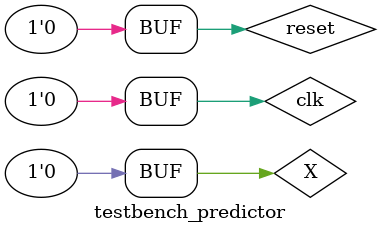
<source format=sv>
module testbench_predictor();

logic clk, reset, X;
logic [7:0] X_cnt;
logic Y, Y_match;
logic [7:0] Y_cnt;
logic Z, Z_match;
logic [7:0] Z_cnt;

PatternPredictor dut(clk, reset, X, X_cnt, Y, Y_match, Y_cnt, Z, Z_match, Z_cnt);

always
	begin
		clk = 1; #5;
		clk = 0; #5;
	end

//Pattern is 000011111111000011110000000011110000
initial begin
	reset = 1; X = 0;#10; 
	reset = 0; X = 0;#30;
	X = 1;#80;
	X = 0;#40;
	X = 1;#40;
	X = 0;#80;
	X = 1;#40;
	X = 0;#40;
	end
endmodule

</source>
